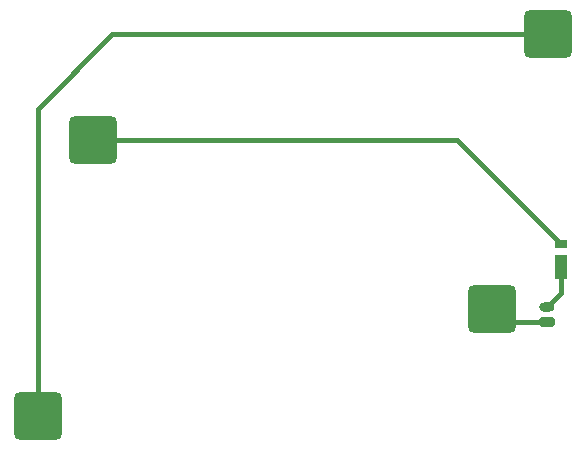
<source format=gbr>
%TF.GenerationSoftware,KiCad,Pcbnew,7.0.10*%
%TF.CreationDate,2024-04-17T22:45:22-04:00*%
%TF.ProjectId,pv1,7076312e-6b69-4636-9164-5f7063625858,rev?*%
%TF.SameCoordinates,Original*%
%TF.FileFunction,Copper,L1,Top*%
%TF.FilePolarity,Positive*%
%FSLAX46Y46*%
G04 Gerber Fmt 4.6, Leading zero omitted, Abs format (unit mm)*
G04 Created by KiCad (PCBNEW 7.0.10) date 2024-04-17 22:45:22*
%MOMM*%
%LPD*%
G01*
G04 APERTURE LIST*
G04 Aperture macros list*
%AMRoundRect*
0 Rectangle with rounded corners*
0 $1 Rounding radius*
0 $2 $3 $4 $5 $6 $7 $8 $9 X,Y pos of 4 corners*
0 Add a 4 corners polygon primitive as box body*
4,1,4,$2,$3,$4,$5,$6,$7,$8,$9,$2,$3,0*
0 Add four circle primitives for the rounded corners*
1,1,$1+$1,$2,$3*
1,1,$1+$1,$4,$5*
1,1,$1+$1,$6,$7*
1,1,$1+$1,$8,$9*
0 Add four rect primitives between the rounded corners*
20,1,$1+$1,$2,$3,$4,$5,0*
20,1,$1+$1,$4,$5,$6,$7,0*
20,1,$1+$1,$6,$7,$8,$9,0*
20,1,$1+$1,$8,$9,$2,$3,0*%
G04 Aperture macros list end*
%TA.AperFunction,SMDPad,CuDef*%
%ADD10RoundRect,0.400000X-1.600000X-1.600000X1.600000X-1.600000X1.600000X1.600000X-1.600000X1.600000X0*%
%TD*%
%TA.AperFunction,SMDPad,CuDef*%
%ADD11R,1.100000X2.000000*%
%TD*%
%TA.AperFunction,SMDPad,CuDef*%
%ADD12R,1.100000X0.800000*%
%TD*%
%TA.AperFunction,ComponentPad*%
%ADD13RoundRect,0.200000X0.450000X-0.200000X0.450000X0.200000X-0.450000X0.200000X-0.450000X-0.200000X0*%
%TD*%
%TA.AperFunction,ComponentPad*%
%ADD14O,1.300000X0.800000*%
%TD*%
%TA.AperFunction,Conductor*%
%ADD15C,0.400000*%
%TD*%
G04 APERTURE END LIST*
D10*
%TO.P,PV1,1,+*%
%TO.N,Net-(D1-A)*%
X108100000Y-115600000D03*
%TO.P,PV1,2,-*%
%TO.N,Net-(PV1--)*%
X146600000Y-106600000D03*
%TD*%
D11*
%TO.P,D1,1,K*%
%TO.N,Net-(D1-K)*%
X147700000Y-126300000D03*
D12*
%TO.P,D1,2,A*%
%TO.N,Net-(D1-A)*%
X147700000Y-124400000D03*
%TD*%
D10*
%TO.P,PV2,1,+*%
%TO.N,Net-(PV1--)*%
X103400000Y-138900000D03*
%TO.P,PV2,2,-*%
%TO.N,Net-(PV2--)*%
X141900000Y-129900000D03*
%TD*%
D13*
%TO.P,J1,1*%
%TO.N,Net-(PV2--)*%
X146500000Y-130975000D03*
D14*
%TO.P,J1,2*%
%TO.N,Net-(D1-K)*%
X146500000Y-129725000D03*
%TD*%
D15*
%TO.N,Net-(PV1--)*%
X109700000Y-106600000D02*
X146600000Y-106600000D01*
X103400000Y-112900000D02*
X109700000Y-106600000D01*
X103400000Y-138900000D02*
X103400000Y-112900000D01*
%TO.N,Net-(D1-K)*%
X147700000Y-128525000D02*
X146500000Y-129725000D01*
X147700000Y-126300000D02*
X147700000Y-128525000D01*
%TO.N,Net-(D1-A)*%
X138900000Y-115600000D02*
X147700000Y-124400000D01*
X108100000Y-115600000D02*
X138900000Y-115600000D01*
%TO.N,Net-(PV2--)*%
X142975000Y-130975000D02*
X146500000Y-130975000D01*
X141900000Y-129900000D02*
X142975000Y-130975000D01*
%TD*%
M02*

</source>
